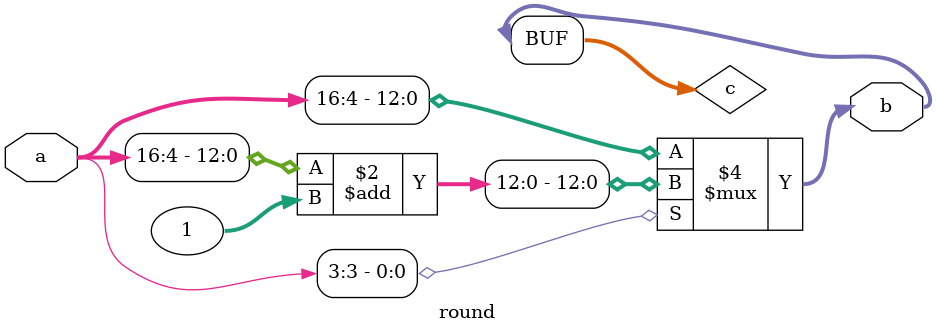
<source format=sv>
`timescale 1ns / 1ps


module round(
        input [16:0] a,
        output [12:0] b
    );
    logic [12:0] c;
    always_comb begin
    if (a[3]) begin
    c = a[16:4]+1;
    end
    else begin
    c = a[16:4];
    end
    end
    assign b = c;
    
endmodule

</source>
